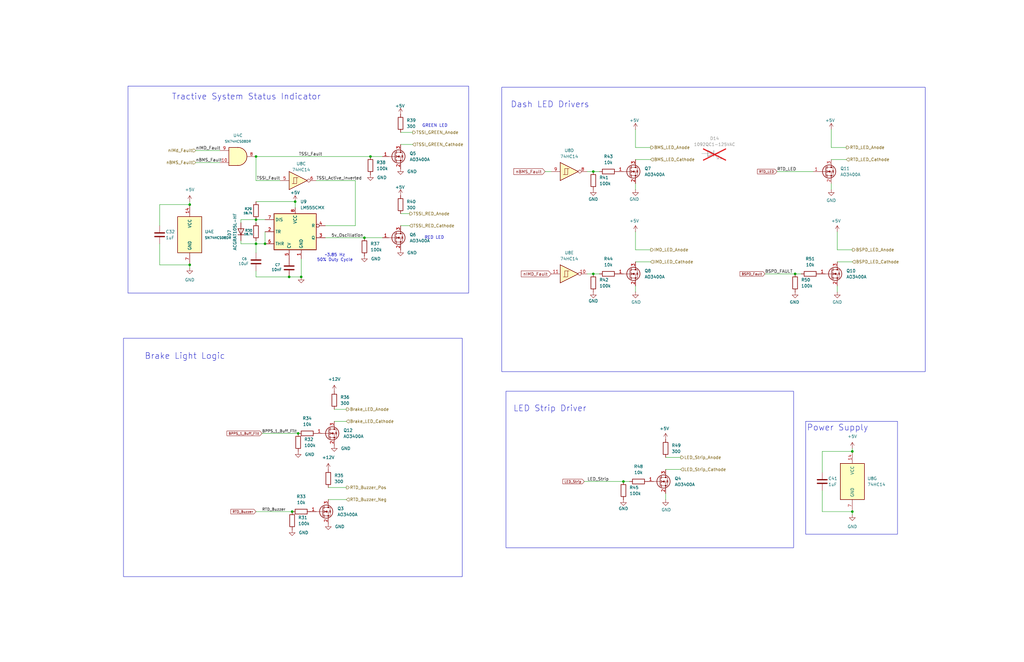
<source format=kicad_sch>
(kicad_sch (version 20250114) (generator "eeschema") (generator_version "9.0")
  (paper "B")
  (lib_symbols
    (symbol "74xx:74HC14" (pin_names (offset 1.016))
      (property "Reference" "U" (at 0 1.27 0))
      (property "Value" "74HC14" (at 0 -1.27 0))
      (symbol "74HC14_1_0"
        (pin input line (at -7.62 0 0) (length 3.81) (name "~") (number "1"))
        (pin output inverted (at 7.62 0 180) (length 3.81) (name "~") (number "2"))
      )
      (symbol "74HC14_2_0"
        (pin input line (at -7.62 0 0) (length 3.81) (name "~") (number "3"))
        (pin output inverted (at 7.62 0 180) (length 3.81) (name "~") (number "4"))
      )
      (symbol "74HC14_3_0"
        (pin input line (at -7.62 0 0) (length 3.81) (name "~") (number "5"))
        (pin output inverted (at 7.62 0 180) (length 3.81) (name "~") (number "6"))
      )
      (symbol "74HC14_4_0"
        (pin input line (at -7.62 0 0) (length 3.81) (name "~") (number "9"))
        (pin output inverted (at 7.62 0 180) (length 3.81) (name "~") (number "8"))
      )
      (symbol "74HC14_5_0"
        (pin input line (at -7.62 0 0) (length 3.81) (name "~") (number "11"))
        (pin output inverted (at 7.62 0 180) (length 3.81) (name "~") (number "10"))
      )
      (symbol "74HC14_6_0"
        (pin input line (at -7.62 0 0) (length 3.81) (name "~") (number "13"))
        (pin output inverted (at 7.62 0 180) (length 3.81) (name "~") (number "12"))
      )
      (symbol "74HC14_7_0"
        (pin power_in line (at 0 12.7 270) (length 5.08) (name "VCC") (number "14"))
        (pin power_in line (at 0 -12.7 90) (length 5.08) (name "GND") (number "7"))
      )
    )
    (symbol "Device:C" (pin_numbers (hide yes)) (pin_names (offset 0.254))
      (property "Reference" "C" (at 0.635 2.54 0))
      (property "Value" "C" (at 0.635 -2.54 0))
      (symbol "C_1_1"
        (pin passive line (at 0 3.81 270) (length 2.794) (name "~") (number "1"))
        (pin passive line (at 0 -3.81 90) (length 2.794) (name "~") (number "2"))
      )
    )
    (symbol "Device:D" (pin_numbers (hide yes)) (pin_names (offset 1.016) (hide yes))
      (property "Reference" "D" (at 0 2.54 0))
      (property "Value" "D" (at 0 -2.54 0))
      (symbol "D_1_1"
        (pin passive line (at -3.81 0 0) (length 2.54) (name "K") (number "1"))
        (pin passive line (at 3.81 0 180) (length 2.54) (name "A") (number "2"))
      )
    )
    (symbol "Device:LED" (pin_numbers (hide yes)) (pin_names (offset 1.016) (hide yes))
      (property "Reference" "D" (at 0 2.54 0))
      (property "Value" "LED" (at 0 -2.54 0))
      (symbol "LED_1_1"
        (pin passive line (at -3.81 0 0) (length 2.54) (name "K") (number "1"))
        (pin passive line (at 3.81 0 180) (length 2.54) (name "A") (number "2"))
      )
    )
    (symbol "Device:R" (pin_numbers (hide yes)) (pin_names (offset 0))
      (property "Reference" "R" (at 2.032 0 90))
      (property "Value" "R" (at 0 0 90))
      (symbol "R_1_1"
        (pin passive line (at 0 3.81 270) (length 1.27) (name "~") (number "1"))
        (pin passive line (at 0 -3.81 90) (length 1.27) (name "~") (number "2"))
      )
    )
    (symbol "FS_3_Global_Symbol_Library:SN74HCS08DR" (pin_names (offset 1.016))
      (property "Reference" "U" (at 0 1.27 0))
      (property "Value" "SN74HCS08DR" (at 0 -1.27 0))
      (symbol "SN74HCS08DR_1_1"
        (pin input line (at -7.62 2.54 0) (length 3.81) (name "~") (number "1"))
        (pin input line (at -7.62 -2.54 0) (length 3.81) (name "~") (number "2"))
        (pin output line (at 7.62 0 180) (length 3.81) (name "~") (number "3"))
      )
      (symbol "SN74HCS08DR_1_2"
        (pin input inverted (at -7.62 2.54 0) (length 4.318) (name "~") (number "1"))
        (pin input inverted (at -7.62 -2.54 0) (length 4.318) (name "~") (number "2"))
        (pin output line (at 7.62 0 180) (length 3.81) (name "~") (number "3"))
      )
      (symbol "SN74HCS08DR_2_1"
        (pin input line (at -7.62 2.54 0) (length 3.81) (name "~") (number "4"))
        (pin input line (at -7.62 -2.54 0) (length 3.81) (name "~") (number "5"))
        (pin output line (at 7.62 0 180) (length 3.81) (name "~") (number "6"))
      )
      (symbol "SN74HCS08DR_2_2"
        (pin input inverted (at -7.62 2.54 0) (length 4.318) (name "~") (number "4"))
        (pin input inverted (at -7.62 -2.54 0) (length 4.318) (name "~") (number "5"))
        (pin output line (at 7.62 0 180) (length 3.81) (name "~") (number "6"))
      )
      (symbol "SN74HCS08DR_3_1"
        (pin input line (at -7.62 2.54 0) (length 3.81) (name "~") (number "9"))
        (pin input line (at -7.62 -2.54 0) (length 3.81) (name "~") (number "10"))
        (pin output line (at 7.62 0 180) (length 3.81) (name "~") (number "8"))
      )
      (symbol "SN74HCS08DR_3_2"
        (pin input inverted (at -7.62 2.54 0) (length 4.318) (name "~") (number "9"))
        (pin input inverted (at -7.62 -2.54 0) (length 4.318) (name "~") (number "10"))
        (pin output line (at 7.62 0 180) (length 3.81) (name "~") (number "8"))
      )
      (symbol "SN74HCS08DR_4_1"
        (pin input line (at -7.62 2.54 0) (length 3.81) (name "~") (number "12"))
        (pin input line (at -7.62 -2.54 0) (length 3.81) (name "~") (number "13"))
        (pin output line (at 7.62 0 180) (length 3.81) (name "~") (number "11"))
      )
      (symbol "SN74HCS08DR_4_2"
        (pin input inverted (at -7.62 2.54 0) (length 4.318) (name "~") (number "12"))
        (pin input inverted (at -7.62 -2.54 0) (length 4.318) (name "~") (number "13"))
        (pin output line (at 7.62 0 180) (length 3.81) (name "~") (number "11"))
      )
      (symbol "SN74HCS08DR_5_0"
        (pin power_in line (at 0 12.7 270) (length 5.08) (name "VCC") (number "14"))
        (pin power_in line (at 0 -12.7 90) (length 5.08) (name "GND") (number "7"))
      )
    )
    (symbol "Timer:LM555xM"
      (property "Reference" "U12" (at 2.1433 12.7 0))
      (property "Value" "LM555xM" (at 2.1433 10.16 0))
      (symbol "LM555xM_0_0"
        (pin power_in line (at 0 10.16 270) (length 2.54) (name "VCC") (number "8"))
      )
      (symbol "LM555xM_1_0"
        (pin power_in line (at 2.54 -11.43 90) (length 3.81) (name "GND") (number "1"))
      )
      (symbol "LM555xM_1_1"
        (pin input line (at -12.7 5.08 0) (length 3.81) (name "DIS") (number "7"))
        (pin input line (at -12.7 0 0) (length 3.81) (name "TR") (number "2"))
        (pin input line (at -12.7 -5.08 0) (length 3.81) (name "THR") (number "6"))
        (pin input line (at -2.54 -11.43 90) (length 3.81) (name "CV") (number "5"))
        (pin input inverted (at 12.7 2.54 180) (length 3.81) (name "R") (number "4"))
        (pin output line (at 12.7 -2.54 180) (length 3.81) (name "Q") (number "3"))
      )
    )
    (symbol "Transistor_FET:AO3400A" (pin_names (offset 0) (hide yes))
      (property "Reference" "Q" (at 5.08 1.905 0))
      (property "Value" "AO3400A" (at 5.08 0 0))
      (symbol "AO3400A_1_1"
        (pin input line (at -5.08 0 0) (length 2.54) (name "G") (number "1"))
        (pin passive line (at 2.54 5.08 270) (length 2.54) (name "D") (number "3"))
        (pin passive line (at 2.54 -5.08 90) (length 2.54) (name "S") (number "2"))
      )
    )
    (symbol "power:+12V" (power) (pin_numbers (hide yes)) (pin_names (offset 0) (hide yes))
      (property "Value" "+12V" (at 0 3.556 0))
      (symbol "+12V_1_1"
        (pin power_in line (at 0 0 90) (length 0) (name "~") (number "1"))
      )
    )
    (symbol "power:+5V" (power) (pin_numbers (hide yes)) (pin_names (offset 0) (hide yes))
      (property "Value" "+5V" (at 0 3.556 0))
      (symbol "+5V_1_1"
        (pin power_in line (at 0 0 90) (length 0) (name "~") (number "1"))
      )
    )
    (symbol "power:GND" (power) (pin_numbers (hide yes)) (pin_names (offset 0) (hide yes))
      (property "Value" "GND" (at 0 -3.81 0))
      (symbol "GND_1_1"
        (pin power_in line (at 0 0 270) (length 0) (name "~") (number "1"))
      )
    )
  )
  (rectangle (start 339.725 177.8) (end 378.46 225.425))
  (rectangle (start 211.582 36.83) (end 390.144 156.845))
  (rectangle (start 52.07 142.748) (end 194.945 243.332))
  (rectangle (start 53.975 36.322) (end 197.612 123.698))
  (rectangle (start 213.36 165.1) (end 334.645 231.14))
  (text "GREEN LED\n" (at 183.388 53.086 0) (effects (font (size 1.27 1.27))))
  (text "~3.85 Hz\n50% Duty Cycle" (at 141.224 108.712 0) (effects (font (size 1.27 1.27))))
  (text "Tractive System Status Indicator" (at 103.886 40.894 0) (effects (font (size 2.54 2.54))))
  (text "LED Strip Driver\n" (at 231.902 172.466 0) (effects (font (size 2.54 2.54))))
  (text "RED LED\n" (at 183.134 100.33 0) (effects (font (size 1.27 1.27))))
  (text "Power Supply" (at 353.187 180.594 0) (effects (font (size 2.54 2.54))))
  (text "Dash LED Drivers" (at 231.902 44.196 0) (effects (font (size 2.54 2.54))))
  (text "Brake Light Logic" (at 77.978 150.368 0) (effects (font (size 2.54 2.54))))
  (junction (at 125.73 182.88))
  (junction (at 250.19 115.57))
  (junction (at 107.95 102.87))
  (junction (at 335.28 115.57))
  (junction (at 359.41 190.5))
  (junction (at 156.21 66.04))
  (junction (at 121.92 116.84))
  (junction (at 107.95 92.71))
  (junction (at 111.76 102.87))
  (junction (at 359.41 215.9))
  (junction (at 262.89 203.2))
  (junction (at 250.19 72.39))
  (junction (at 123.19 215.9))
  (junction (at 80.01 86.36))
  (junction (at 153.67 100.33))
  (junction (at 80.01 111.76))
  (junction (at 124.46 85.09))
  (junction (at 107.95 66.04))
  (junction (at 127 116.84))
  (wire (pts (xy 107.95 66.04) (xy 107.95 76.2)))
  (wire (pts (xy 107.95 114.3) (xy 107.95 116.84)))
  (wire (pts (xy 127 116.84) (xy 127 109.22)))
  (wire (pts (xy 359.41 105.41) (xy 353.06 105.41)))
  (wire (pts (xy 80.01 111.76) (xy 67.31 111.76)))
  (wire (pts (xy 107.95 215.9) (xy 123.19 215.9)))
  (wire (pts (xy 274.32 110.49) (xy 267.97 110.49)))
  (wire (pts (xy 149.86 95.25) (xy 137.16 95.25)))
  (wire (pts (xy 101.6 102.87) (xy 107.95 102.87)))
  (wire (pts (xy 337.82 115.57) (xy 335.28 115.57)))
  (wire (pts (xy 247.65 72.39) (xy 250.19 72.39)))
  (wire (pts (xy 172.72 90.17) (xy 168.91 90.17)))
  (wire (pts (xy 356.87 67.31) (xy 350.52 67.31)))
  (wire (pts (xy 149.86 76.2) (xy 149.86 95.25)))
  (wire (pts (xy 322.58 115.57) (xy 335.28 115.57)))
  (wire (pts (xy 146.05 205.74) (xy 138.43 205.74)))
  (wire (pts (xy 267.97 80.01) (xy 267.97 77.47)))
  (wire (pts (xy 111.76 92.71) (xy 107.95 92.71)))
  (wire (pts (xy 133.35 76.2) (xy 149.86 76.2)))
  (wire (pts (xy 267.97 67.31) (xy 274.32 67.31)))
  (wire (pts (xy 153.67 100.33) (xy 161.29 100.33)))
  (wire (pts (xy 156.21 66.04) (xy 161.29 66.04)))
  (wire (pts (xy 232.41 72.39) (xy 229.87 72.39)))
  (wire (pts (xy 124.46 85.09) (xy 124.46 87.63)))
  (wire (pts (xy 274.32 105.41) (xy 267.97 105.41)))
  (wire (pts (xy 350.52 54.61) (xy 350.52 62.23)))
  (wire (pts (xy 146.05 177.8) (xy 140.97 177.8)))
  (wire (pts (xy 287.02 198.12) (xy 280.67 198.12)))
  (wire (pts (xy 252.73 72.39) (xy 250.19 72.39)))
  (wire (pts (xy 107.95 101.6) (xy 107.95 102.87)))
  (wire (pts (xy 107.95 76.2) (xy 118.11 76.2)))
  (wire (pts (xy 252.73 115.57) (xy 250.19 115.57)))
  (wire (pts (xy 67.31 86.36) (xy 67.31 95.25)))
  (wire (pts (xy 107.95 116.84) (xy 121.92 116.84)))
  (wire (pts (xy 262.89 203.2) (xy 246.38 203.2)))
  (wire (pts (xy 173.99 55.88) (xy 168.91 55.88)))
  (wire (pts (xy 247.65 115.57) (xy 250.19 115.57)))
  (wire (pts (xy 359.41 110.49) (xy 353.06 110.49)))
  (wire (pts (xy 267.97 97.79) (xy 267.97 105.41)))
  (wire (pts (xy 101.6 102.87) (xy 101.6 101.6)))
  (wire (pts (xy 353.06 97.79) (xy 353.06 105.41)))
  (wire (pts (xy 267.97 62.23) (xy 274.32 62.23)))
  (wire (pts (xy 101.6 92.71) (xy 107.95 92.71)))
  (wire (pts (xy 146.05 172.72) (xy 140.97 172.72)))
  (wire (pts (xy 82.55 63.5) (xy 92.71 63.5)))
  (wire (pts (xy 111.76 97.79) (xy 111.76 102.87)))
  (wire (pts (xy 80.01 86.36) (xy 67.31 86.36)))
  (wire (pts (xy 353.06 123.19) (xy 353.06 120.65)))
  (wire (pts (xy 107.95 66.04) (xy 156.21 66.04)))
  (wire (pts (xy 356.87 62.23) (xy 350.52 62.23)))
  (wire (pts (xy 346.71 215.9) (xy 346.71 207.01)))
  (wire (pts (xy 359.41 190.5) (xy 346.71 190.5)))
  (wire (pts (xy 107.95 106.68) (xy 107.95 102.87)))
  (wire (pts (xy 125.73 182.88) (xy 110.49 182.88)))
  (wire (pts (xy 350.52 80.01) (xy 350.52 77.47)))
  (wire (pts (xy 146.05 210.82) (xy 138.43 210.82)))
  (wire (pts (xy 80.01 113.03) (xy 80.01 111.76)))
  (wire (pts (xy 265.43 203.2) (xy 262.89 203.2)))
  (wire (pts (xy 121.92 116.84) (xy 127 116.84)))
  (wire (pts (xy 280.67 210.82) (xy 280.67 208.28)))
  (wire (pts (xy 80.01 85.09) (xy 80.01 86.36)))
  (wire (pts (xy 82.55 68.58) (xy 92.71 68.58)))
  (wire (pts (xy 287.02 193.04) (xy 280.67 193.04)))
  (wire (pts (xy 107.95 92.71) (xy 107.95 93.98)))
  (wire (pts (xy 359.41 217.17) (xy 359.41 215.9)))
  (wire (pts (xy 137.16 100.33) (xy 153.67 100.33)))
  (wire (pts (xy 267.97 123.19) (xy 267.97 120.65)))
  (wire (pts (xy 173.99 60.96) (xy 168.91 60.96)))
  (wire (pts (xy 107.95 102.87) (xy 111.76 102.87)))
  (wire (pts (xy 101.6 93.98) (xy 101.6 92.71)))
  (wire (pts (xy 346.71 190.5) (xy 346.71 199.39)))
  (wire (pts (xy 359.41 215.9) (xy 346.71 215.9)))
  (wire (pts (xy 359.41 189.23) (xy 359.41 190.5)))
  (wire (pts (xy 172.72 95.25) (xy 168.91 95.25)))
  (wire (pts (xy 327.66 72.39) (xy 342.9 72.39)))
  (wire (pts (xy 67.31 111.76) (xy 67.31 102.87)))
  (wire (pts (xy 267.97 54.61) (xy 267.97 62.23)))
  (wire (pts (xy 107.95 85.09) (xy 124.46 85.09)))
  (label "BPPS_1_Buff_Filt" (at 110.49 182.88 0) (effects (font (size 1.143 1.143))))
  (label "RTD_Buzzer" (at 110.49 215.9 0) (effects (font (size 1.143 1.143))))
  (label "TSSI_Fault" (at 135.89 66.04 180))
  (label "TSSI_Active_Inverted" (at 133.35 76.2 0))
  (label "RTD_LED" (at 327.66 72.39 0))
  (label "5v_Oscillation" (at 139.7 100.33 0))
  (label "BSPD_FAULT" (at 322.58 115.57 0))
  (label "TSSI_Fault" (at 118.11 76.2 180))
  (label "nIMD_Fault" (at 82.55 63.5 0))
  (label "LED_Strip" (at 247.65 203.2 0))
  (label "nBMS_Fault" (at 82.55 68.58 0))
  (global_label "BSPD_Fault" (shape input) (at 322.58 115.57 180) (effects (font (size 1.016 1.016))) (property "Intersheetrefs" "${INTERSHEET_REFS}" (at 311.5803 115.57 0) (effects (justify right))))
  (global_label "nBMS_Fault" (shape input) (at 229.87 72.39 180) (property "Intersheetrefs" "${INTERSHEET_REFS}" (at 216.0598 72.39 0) (effects (justify right))))
  (global_label "nIMD_Fault" (shape input) (at 232.41 115.57 180) (property "Intersheetrefs" "${INTERSHEET_REFS}" (at 219.2045 115.57 0) (effects (justify right))))
  (global_label "LED_Strip" (shape input) (at 246.38 203.2 180) (effects (font (size 1.016 1.016))) (property "Intersheetrefs" "${INTERSHEET_REFS}" (at 236.8801 203.2 0) (effects (justify right))))
  (global_label "RTD_Buzzer" (shape input) (at 107.95 215.9 180) (effects (font (size 1.016 1.016))) (property "Intersheetrefs" "${INTERSHEET_REFS}" (at 96.9018 215.9 0) (effects (justify right))))
  (global_label "RTD_LED" (shape input) (at 327.66 72.39 180) (effects (font (size 1.016 1.016))) (property "Intersheetrefs" "${INTERSHEET_REFS}" (at 318.9342 72.39 0) (effects (justify right))))
  (global_label "BPPS_1_Buff_Filt" (shape input) (at 110.49 182.88 180) (effects (font (size 1.016 1.016))) (property "Intersheetrefs" "${INTERSHEET_REFS}" (at 95.2327 182.88 0) (effects (justify right))))
  (hierarchical_label "LED_Strip_Cathode" (shape input) (at 287.02 198.12 0))
  (hierarchical_label "Brake_LED_Anode" (shape output) (at 146.05 172.72 0))
  (hierarchical_label "RTD_Buzzer_Pos" (shape output) (at 146.05 205.74 0))
  (hierarchical_label "RTD_LED_Anode" (shape output) (at 356.87 62.23 0))
  (hierarchical_label "BSPD_LED_Cathode" (shape input) (at 359.41 110.49 0))
  (hierarchical_label "TSSI_RED_Anode" (shape output) (at 172.72 90.17 0))
  (hierarchical_label "LED_Strip_Anode" (shape output) (at 287.02 193.04 0))
  (hierarchical_label "Brake_LED_Cathode" (shape input) (at 146.05 177.8 0))
  (hierarchical_label "BMS_LED_Anode" (shape output) (at 274.32 62.23 0))
  (hierarchical_label "TSSI_GREEN_Anode" (shape output) (at 173.99 55.88 0))
  (hierarchical_label "RTD_LED_Cathode" (shape input) (at 356.87 67.31 0))
  (hierarchical_label "TSSI_GREEN_Cathode" (shape input) (at 173.99 60.96 0))
  (hierarchical_label "BSPD_LED_Anode" (shape output) (at 359.41 105.41 0))
  (hierarchical_label "nBMS_Fault" (shape input) (at 82.55 68.58 180))
  (hierarchical_label "TSSI_RED_Cathode" (shape input) (at 172.72 95.25 0))
  (hierarchical_label "RTD_Buzzer_Neg" (shape input) (at 146.05 210.82 0))
  (hierarchical_label "IMD_LED_Cathode" (shape input) (at 274.32 110.49 0))
  (hierarchical_label "IMD_LED_Anode" (shape output) (at 274.32 105.41 0))
  (hierarchical_label "nIMd_Fault" (shape input) (at 82.55 63.5 180))
  (hierarchical_label "BMS_LED_Cathode" (shape input) (at 274.32 67.31 0))
  (symbol (lib_id "Device:R") (at 107.95 97.79 0) (mirror x) (unit 1)
    (property "Reference" "R30" (at 106.426 97.282 0) (effects (font (size 1.016 1.016)) (justify right)))
    (property "Value" "18.7k" (at 106.68 98.806 0) (effects (font (size 0.889 0.889)) (justify right)))
    (property "Footprint" "Resistor_SMD:R_0603_1608Metric_Pad0.98x0.95mm_HandSolder" (effects (hide yes)))
    (property "Datasheet" "https://www.yageogroup.com/content/datasheet/asset/file/PYU-AC_51_ROHS_L" (effects (hide yes)))
    (property "Description" "Resistor" (effects (hide yes)))
    (property "Digi PN" "13-AC0603FR-0718K7LCT-ND" (effects (hide yes)))
    (property "Digi URL" "https://www.digikey.com/en/products/detail/yageo/AC0603FR-0718K7L/5895835" (effects (hide yes)))
    (property "MFG" "Yageo" (effects (hide yes)))
    (property "MFG PN" "AC0603FR-0718K7L" (effects (hide yes)))
  )
  (symbol (lib_id "power:+5V") (at 280.67 185.42 0) (unit 1)
    (property "Reference" "#PWR055" (effects (hide yes)))
    (property "Value" "+5V" (at 280.162 180.848 0))
    (property "Description" "Power symbol creates a global label with name \"+5V\"" (effects (hide yes)))
  )
  (symbol (lib_id "FS_3_Global_Symbol_Library:SN74HCS08DR") (at 100.33 66.04 0) (unit 3)
    (property "Reference" "U4" (at 100.3217 57.15 0))
    (property "Value" "SN74HCS08DR" (at 100.3217 59.69 0) (effects (font (size 1.016 1.016))))
    (property "Footprint" "Package_SO:SOIC-14_3.9x8.7mm_P1.27mm" (effects (hide yes)))
    (property "Datasheet" "http://www.ti.com/lit/gpn/sn74hc00" (effects (hide yes)))
    (property "Description" "quad 2-input AND gate" (effects (hide yes)))
    (property "Digi PN" "296-SN74HCS08DRCT-ND" (effects (hide yes)))
    (property "Digi URL" "https://www.digikey.com/en/products/detail/texas-instruments/SN74HCS08DR/12342946" (effects (hide yes)))
    (property "MFG" "TI" (effects (hide yes)))
    (property "MFG PN" "SN74HCS08DR" (effects (hide yes)))
  )
  (symbol (lib_id "Device:R") (at 269.24 203.2 270) (unit 1)
    (property "Reference" "R48" (at 269.24 196.85 90))
    (property "Value" "10k" (at 269.24 199.39 90))
    (property "Footprint" "Resistor_SMD:R_0603_1608Metric_Pad0.98x0.95mm_HandSolder" (effects (hide yes)))
    (property "Datasheet" "https://www.yageogroup.com/content/datasheet/asset/file/PYU-AC_51_ROHS_L" (effects (hide yes)))
    (property "Description" "Resistor" (effects (hide yes)))
    (property "Digi PN" "13-AC0603FR-1010KLCT-ND" (effects (hide yes)))
    (property "Digi URL" "https://www.digikey.com/en/products/detail/yageo/AC0603FR-1010KL/13694182" (effects (hide yes)))
    (property "MFG" "Yageo" (effects (hide yes)))
    (property "MFG PN" "AC0603FR-1010KL" (effects (hide yes)))
  )
  (symbol (lib_id "power:GND") (at 125.73 190.5 0) (unit 1)
    (property "Reference" "#PWR036" (effects (hide yes)))
    (property "Value" "GND" (at 130.556 191.77 0))
    (property "Description" "Power symbol creates a global label with name \"GND\" , ground" (effects (hide yes)))
  )
  (symbol (lib_id "power:GND") (at 280.67 210.82 0) (unit 1)
    (property "Reference" "#PWR056" (effects (hide yes)))
    (property "Value" "GND" (at 280.924 215.138 0))
    (property "Description" "Power symbol creates a global label with name \"GND\" , ground" (effects (hide yes)))
  )
  (symbol (lib_id "Transistor_FET:AO3400A") (at 138.43 182.88 0) (unit 1)
    (property "Reference" "Q12" (at 144.78 181.6099 0) (effects (justify left)))
    (property "Value" "AO3400A" (at 144.78 184.1499 0) (effects (justify left)))
    (property "Footprint" "Package_TO_SOT_SMD:SOT-23" (effects (hide yes)))
    (property "Datasheet" "http://www.aosmd.com/pdfs/datasheet/AO3400A.pdf" (effects (hide yes)))
    (property "Description" "30V Vds, 5.7A Id, N-Channel MOSFET, SOT-23" (effects (hide yes)))
    (property "Digi PN" "785-1000-1-ND" (effects (hide yes)))
    (property "Digi URL" "https://www.digikey.com/en/products/detail/alpha-omega-semiconductor-inc/AO3400A/1855772" (effects (hide yes)))
    (property "MFG" "A&O " (effects (hide yes)))
    (property "MFG PN" "AO3400A" (effects (hide yes)))
  )
  (symbol (lib_id "Transistor_FET:AO3400A") (at 135.89 215.9 0) (unit 1)
    (property "Reference" "Q3" (at 142.24 214.6299 0) (effects (justify left)))
    (property "Value" "AO3400A" (at 142.24 217.1699 0) (effects (justify left)))
    (property "Footprint" "Package_TO_SOT_SMD:SOT-23" (effects (hide yes)))
    (property "Datasheet" "http://www.aosmd.com/pdfs/datasheet/AO3400A.pdf" (effects (hide yes)))
    (property "Description" "30V Vds, 5.7A Id, N-Channel MOSFET, SOT-23" (effects (hide yes)))
    (property "Digi PN" "785-1000-1-ND" (effects (hide yes)))
    (property "Digi URL" "https://www.digikey.com/en/products/detail/alpha-omega-semiconductor-inc/AO3400A/1855772" (effects (hide yes)))
    (property "MFG" "A&O " (effects (hide yes)))
    (property "MFG PN" "AO3400A" (effects (hide yes)))
  )
  (symbol (lib_id "power:+5V") (at 267.97 97.79 0) (unit 1)
    (property "Reference" "#PWR053" (effects (hide yes)))
    (property "Value" "+5V" (at 267.462 93.218 0))
    (property "Description" "Power symbol creates a global label with name \"+5V\"" (effects (hide yes)))
  )
  (symbol (lib_id "Device:R") (at 129.54 182.88 270) (unit 1)
    (property "Reference" "R34" (at 129.54 176.53 90))
    (property "Value" "10k" (at 129.54 179.07 90))
    (property "Footprint" "Resistor_SMD:R_0603_1608Metric_Pad0.98x0.95mm_HandSolder" (effects (hide yes)))
    (property "Datasheet" "https://www.yageogroup.com/content/datasheet/asset/file/PYU-AC_51_ROHS_L" (effects (hide yes)))
    (property "Description" "Resistor" (effects (hide yes)))
    (property "Digi PN" "13-AC0603FR-1010KLCT-ND" (effects (hide yes)))
    (property "Digi URL" "https://www.digikey.com/en/products/detail/yageo/AC0603FR-1010KL/13694182" (effects (hide yes)))
    (property "MFG" "Yageo" (effects (hide yes)))
    (property "MFG PN" "AC0603FR-1010KL" (effects (hide yes)))
  )
  (symbol (lib_id "power:GND") (at 250.19 123.19 0) (unit 1)
    (property "Reference" "#PWR049" (effects (hide yes)))
    (property "Value" "GND" (at 250.19 127 0))
    (property "Description" "Power symbol creates a global label with name \"GND\" , ground" (effects (hide yes)))
  )
  (symbol (lib_id "Transistor_FET:AO3400A") (at 350.52 115.57 0) (unit 1)
    (property "Reference" "Q10" (at 356.87 114.2999 0) (effects (justify left)))
    (property "Value" "AO3400A" (at 356.87 116.8399 0) (effects (justify left)))
    (property "Footprint" "Package_TO_SOT_SMD:SOT-23" (effects (hide yes)))
    (property "Datasheet" "http://www.aosmd.com/pdfs/datasheet/AO3400A.pdf" (effects (hide yes)))
    (property "Description" "30V Vds, 5.7A Id, N-Channel MOSFET, SOT-23" (effects (hide yes)))
    (property "Digi PN" "785-1000-1-ND" (effects (hide yes)))
    (property "Digi URL" "https://www.digikey.com/en/products/detail/alpha-omega-semiconductor-inc/AO3400A/1855772" (effects (hide yes)))
    (property "MFG" "A&O " (effects (hide yes)))
    (property "MFG PN" "AO3400A" (effects (hide yes)))
  )
  (symbol (lib_id "power:+12V") (at 140.97 165.1 0) (unit 1)
    (property "Reference" "#PWR040" (effects (hide yes)))
    (property "Value" "+12V" (at 140.97 160.02 0))
    (property "Description" "Power symbol creates a global label with name \"+12V\"" (effects (hide yes)))
  )
  (symbol (lib_id "Device:C") (at 121.92 113.03 0) (mirror y) (unit 1)
    (property "Reference" "C7" (at 118.11 111.7599 0) (effects (font (size 1.016 1.016)) (justify left)))
    (property "Value" "10nF" (at 118.872 113.792 0) (effects (font (size 1.143 1.143)) (justify left)))
    (property "Footprint" "Capacitor_SMD:C_0603_1608Metric_Pad1.08x0.95mm_HandSolder" (effects (hide yes)))
    (property "Datasheet" "https://www.yageogroup.com/content/datasheet/asset/file/UPY-GPHC_X7R_6_3V-TO-250V" (effects (hide yes)))
    (property "Description" "Unpolarized capacitor" (effects (hide yes)))
    (property "Digi PN" "311-1778-1-ND" (effects (hide yes)))
    (property "Digi URL" "https://www.digikey.com/en/products/detail/yageo/CC0603JRX7R9BB103/5195187" (effects (hide yes)))
    (property "MFG" "Yageo" (effects (hide yes)))
    (property "MFG PN" "CC0603JRX7R9BB103" (effects (hide yes)))
  )
  (symbol (lib_id "Device:R") (at 262.89 207.01 180) (unit 1)
    (property "Reference" "R45" (at 265.43 205.7399 0) (effects (justify right)))
    (property "Value" "100k" (at 265.43 208.2799 0) (effects (justify right)))
    (property "Footprint" "Resistor_SMD:R_0603_1608Metric_Pad0.98x0.95mm_HandSolder" (effects (hide yes)))
    (property "Datasheet" "https://www.yageogroup.com/content/datasheet/asset/file/PYU-AC_51_ROHS_L" (effects (hide yes)))
    (property "Description" "Resistor" (effects (hide yes)))
    (property "Digi PN" "13-AC0603FR-13100KLCT-ND" (effects (hide yes)))
    (property "Digi URL" "https://www.digikey.com/en/products/detail/yageo/AC0603FR-13100KL/13694122" (effects (hide yes)))
    (property "MFG" "Yageo" (effects (hide yes)))
    (property "MFG PN" "AC0603FR-13100KL" (effects (hide yes)))
  )
  (symbol (lib_id "power:GND") (at 138.43 220.98 0) (unit 1)
    (property "Reference" "#PWR039" (effects (hide yes)))
    (property "Value" "GND" (at 143.256 222.25 0))
    (property "Description" "Power symbol creates a global label with name \"GND\" , ground" (effects (hide yes)))
  )
  (symbol (lib_id "power:+5V") (at 124.46 85.09 0) (unit 1)
    (property "Reference" "#PWR035" (effects (hide yes)))
    (property "Value" "+5V" (at 124.46 81.28 0))
    (property "Description" "Power symbol creates a global label with name \"+5V\"" (effects (hide yes)))
  )
  (symbol (lib_id "power:GND") (at 267.97 123.19 0) (unit 1)
    (property "Reference" "#PWR054" (effects (hide yes)))
    (property "Value" "GND" (at 268.224 127.508 0))
    (property "Description" "Power symbol creates a global label with name \"GND\" , ground" (effects (hide yes)))
  )
  (symbol (lib_id "power:+5V") (at 168.91 48.26 0) (unit 1)
    (property "Reference" "#PWR044" (effects (hide yes)))
    (property "Value" "+5V" (at 168.656 44.704 0))
    (property "Description" "Power symbol creates a global label with name \"+5V\"" (effects (hide yes)))
  )
  (symbol (lib_id "power:+5V") (at 267.97 54.61 0) (unit 1)
    (property "Reference" "#PWR051" (effects (hide yes)))
    (property "Value" "+5V" (at 267.462 50.8 0))
    (property "Description" "Power symbol creates a global label with name \"+5V\"" (effects (hide yes)))
  )
  (symbol (lib_id "Device:R") (at 156.21 69.85 180) (unit 1)
    (property "Reference" "R38" (at 158.75 68.5799 0) (effects (justify right)))
    (property "Value" "100k" (at 158.75 71.1199 0) (effects (justify right)))
    (property "Footprint" "Resistor_SMD:R_0603_1608Metric_Pad0.98x0.95mm_HandSolder" (effects (hide yes)))
    (property "Datasheet" "https://www.yageogroup.com/content/datasheet/asset/file/PYU-AC_51_ROHS_L" (effects (hide yes)))
    (property "Description" "Resistor" (effects (hide yes)))
    (property "Digi PN" "13-AC0603FR-13100KLCT-ND" (effects (hide yes)))
    (property "Digi URL" "https://www.digikey.com/en/products/detail/yageo/AC0603FR-13100KL/13694122" (effects (hide yes)))
    (property "MFG" "Yageo" (effects (hide yes)))
    (property "MFG PN" "AC0603FR-13100KL" (effects (hide yes)))
  )
  (symbol (lib_id "power:GND") (at 335.28 123.19 0) (unit 1)
    (property "Reference" "#PWR057" (effects (hide yes)))
    (property "Value" "GND" (at 335.026 127.508 0))
    (property "Description" "Power symbol creates a global label with name \"GND\" , ground" (effects (hide yes)))
  )
  (symbol (lib_id "power:+5V") (at 350.52 54.61 0) (unit 1)
    (property "Reference" "#PWR058" (effects (hide yes)))
    (property "Value" "+5V" (at 350.012 50.8 0))
    (property "Description" "Power symbol creates a global label with name \"+5V\"" (effects (hide yes)))
  )
  (symbol (lib_id "power:+12V") (at 138.43 198.12 0) (unit 1)
    (property "Reference" "#PWR038" (effects (hide yes)))
    (property "Value" "+12V" (at 138.43 193.04 0))
    (property "Description" "Power symbol creates a global label with name \"+12V\"" (effects (hide yes)))
  )
  (symbol (lib_id "Transistor_FET:AO3400A") (at 347.98 72.39 0) (unit 1)
    (property "Reference" "Q11" (at 354.33 71.1199 0) (effects (justify left)))
    (property "Value" "AO3400A" (at 354.33 73.6599 0) (effects (justify left)))
    (property "Footprint" "Package_TO_SOT_SMD:SOT-23" (effects (hide yes)))
    (property "Datasheet" "http://www.aosmd.com/pdfs/datasheet/AO3400A.pdf" (effects (hide yes)))
    (property "Description" "30V Vds, 5.7A Id, N-Channel MOSFET, SOT-23" (effects (hide yes)))
    (property "Digi PN" "785-1000-1-ND" (effects (hide yes)))
    (property "Digi URL" "https://www.digikey.com/en/products/detail/alpha-omega-semiconductor-inc/AO3400A/1855772" (effects (hide yes)))
    (property "MFG" "A&O " (effects (hide yes)))
    (property "MFG PN" "AO3400A" (effects (hide yes)))
  )
  (symbol (lib_id "power:+5V") (at 80.01 85.09 0) (unit 1)
    (property "Reference" "#PWR0131" (effects (hide yes)))
    (property "Value" "+5V" (at 80.01 80.01 0))
    (property "Description" "Power symbol creates a global label with name \"+5V\"" (effects (hide yes)))
  )
  (symbol (lib_id "power:GND") (at 140.97 187.96 0) (unit 1)
    (property "Reference" "#PWR041" (effects (hide yes)))
    (property "Value" "GND" (at 145.796 189.23 0))
    (property "Description" "Power symbol creates a global label with name \"GND\" , ground" (effects (hide yes)))
  )
  (symbol (lib_id "Device:R") (at 250.19 76.2 180) (unit 1)
    (property "Reference" "R41" (at 252.73 74.9299 0) (effects (justify right)))
    (property "Value" "100k" (at 252.73 77.4699 0) (effects (justify right)))
    (property "Footprint" "Resistor_SMD:R_0603_1608Metric_Pad0.98x0.95mm_HandSolder" (effects (hide yes)))
    (property "Datasheet" "https://www.yageogroup.com/content/datasheet/asset/file/PYU-AC_51_ROHS_L" (effects (hide yes)))
    (property "Description" "Resistor" (effects (hide yes)))
    (property "Digi PN" "13-AC0603FR-13100KLCT-ND" (effects (hide yes)))
    (property "Digi URL" "https://www.digikey.com/en/products/detail/yageo/AC0603FR-13100KL/13694122" (effects (hide yes)))
    (property "MFG" "Yageo" (effects (hide yes)))
    (property "MFG PN" "AC0603FR-13100KL" (effects (hide yes)))
  )
  (symbol (lib_id "Device:R") (at 256.54 115.57 270) (unit 1)
    (property "Reference" "R44" (at 256.54 109.22 90))
    (property "Value" "10k" (at 256.54 111.76 90))
    (property "Footprint" "Resistor_SMD:R_0603_1608Metric_Pad0.98x0.95mm_HandSolder" (effects (hide yes)))
    (property "Datasheet" "https://www.yageogroup.com/content/datasheet/asset/file/PYU-AC_51_ROHS_L" (effects (hide yes)))
    (property "Description" "Resistor" (effects (hide yes)))
    (property "Digi PN" "13-AC0603FR-1010KLCT-ND" (effects (hide yes)))
    (property "Digi URL" "https://www.digikey.com/en/products/detail/yageo/AC0603FR-1010KL/13694182" (effects (hide yes)))
    (property "MFG" "Yageo" (effects (hide yes)))
    (property "MFG PN" "AC0603FR-1010KL" (effects (hide yes)))
  )
  (symbol (lib_id "Device:R") (at 127 215.9 270) (unit 1)
    (property "Reference" "R33" (at 127 209.55 90))
    (property "Value" "10k" (at 127 212.09 90))
    (property "Footprint" "Resistor_SMD:R_0603_1608Metric_Pad0.98x0.95mm_HandSolder" (effects (hide yes)))
    (property "Datasheet" "https://www.yageogroup.com/content/datasheet/asset/file/PYU-AC_51_ROHS_L" (effects (hide yes)))
    (property "Description" "Resistor" (effects (hide yes)))
    (property "Digi PN" "13-AC0603FR-1010KLCT-ND" (effects (hide yes)))
    (property "Digi URL" "https://www.digikey.com/en/products/detail/yageo/AC0603FR-1010KL/13694182" (effects (hide yes)))
    (property "MFG" "Yageo" (effects (hide yes)))
    (property "MFG PN" "AC0603FR-1010KL" (effects (hide yes)))
  )
  (symbol (lib_id "Device:R") (at 138.43 201.93 180) (unit 1)
    (property "Reference" "R35" (at 140.97 200.6599 0) (effects (justify right)))
    (property "Value" "300" (at 140.97 203.1999 0) (effects (justify right)))
    (property "Footprint" "Resistor_SMD:R_0603_1608Metric_Pad0.98x0.95mm_HandSolder" (effects (hide yes)))
    (property "Datasheet" "https://www.yageogroup.com/content/datasheet/asset/file/PYU-AC_51_ROHS_L" (effects (hide yes)))
    (property "Description" "Resistor" (effects (hide yes)))
    (property "Digi PN" "YAG5330CT-ND" (effects (hide yes)))
    (property "Digi URL" "https://www.digikey.com/en/products/detail/yageo/AC0603FR-07300RL/5896018" (effects (hide yes)))
    (property "MFG" "Yageo" (effects (hide yes)))
    (property "MFG PN" "AC0603FR-07300RL" (effects (hide yes)))
  )
  (symbol (lib_id "Transistor_FET:AO3400A") (at 166.37 66.04 0) (unit 1)
    (property "Reference" "Q5" (at 172.72 64.7699 0) (effects (justify left)))
    (property "Value" "AO3400A" (at 172.72 67.3099 0) (effects (justify left)))
    (property "Footprint" "Package_TO_SOT_SMD:SOT-23" (effects (hide yes)))
    (property "Datasheet" "http://www.aosmd.com/pdfs/datasheet/AO3400A.pdf" (effects (hide yes)))
    (property "Description" "30V Vds, 5.7A Id, N-Channel MOSFET, SOT-23" (effects (hide yes)))
    (property "Digi PN" "785-1000-1-ND" (effects (hide yes)))
    (property "Digi URL" "https://www.digikey.com/en/products/detail/alpha-omega-semiconductor-inc/AO3400A/1855772" (effects (hide yes)))
    (property "MFG" "A&O " (effects (hide yes)))
    (property "MFG PN" "AO3400A" (effects (hide yes)))
  )
  (symbol (lib_id "Device:R") (at 125.73 186.69 180) (unit 1)
    (property "Reference" "R32" (at 128.27 185.4199 0) (effects (justify right)))
    (property "Value" "100k" (at 128.27 187.9599 0) (effects (justify right)))
    (property "Footprint" "Resistor_SMD:R_0603_1608Metric_Pad0.98x0.95mm_HandSolder" (effects (hide yes)))
    (property "Datasheet" "https://www.yageogroup.com/content/datasheet/asset/file/PYU-AC_51_ROHS_L" (effects (hide yes)))
    (property "Description" "Resistor" (effects (hide yes)))
    (property "Digi PN" "13-AC0603FR-13100KLCT-ND" (effects (hide yes)))
    (property "Digi URL" "https://www.digikey.com/en/products/detail/yageo/AC0603FR-13100KL/13694122" (effects (hide yes)))
    (property "MFG" "Yageo" (effects (hide yes)))
    (property "MFG PN" "AC0603FR-13100KL" (effects (hide yes)))
  )
  (symbol (lib_id "Device:R") (at 123.19 219.71 180) (unit 1)
    (property "Reference" "R31" (at 125.73 218.4399 0) (effects (justify right)))
    (property "Value" "100k" (at 125.73 220.9799 0) (effects (justify right)))
    (property "Footprint" "Resistor_SMD:R_0603_1608Metric_Pad0.98x0.95mm_HandSolder" (effects (hide yes)))
    (property "Datasheet" "https://www.yageogroup.com/content/datasheet/asset/file/PYU-AC_51_ROHS_L" (effects (hide yes)))
    (property "Description" "Resistor" (effects (hide yes)))
    (property "Digi PN" "13-AC0603FR-13100KLCT-ND" (effects (hide yes)))
    (property "Digi URL" "https://www.digikey.com/en/products/detail/yageo/AC0603FR-13100KL/13694122" (effects (hide yes)))
    (property "MFG" "Yageo" (effects (hide yes)))
    (property "MFG PN" "AC0603FR-13100KL" (effects (hide yes)))
  )
  (symbol (lib_id "Device:D") (at 101.6 97.79 90) (unit 1)
    (property "Reference" "D7" (at 96.774 98.298 0))
    (property "Value" "ACGRAT105L-HF" (at 99.06 97.79 0))
    (property "Footprint" "Diode_SMD:D_2010_5025Metric_Pad1.52x2.65mm_HandSolder" (effects (hide yes)))
    (property "Datasheet" "https://www.comchiptech.com/upload/file/product/product/ACGRAT101L-HF%20Thru%20ACGRAT105L-HF%20RevB850475.pdf" (effects (hide yes)))
    (property "Sim.Device" "D" (effects (hide yes)))
    (property "Sim.Pins" "1=K 2=A" (effects (hide yes)))
    (property "Digi PN" "641-1631-1-ND" (effects (hide yes)))
    (property "Digi URL" "https://www.digikey.com/en/products/detail/comchip-technology/ACGRAT105L-HF/5013705" (effects (hide yes)))
    (property "MFG PN" "ACGRAT105L-HF" (effects (hide yes)))
  )
  (symbol (lib_id "Device:R") (at 168.91 52.07 180) (unit 1)
    (property "Reference" "R39" (at 171.45 50.7999 0) (effects (justify right)))
    (property "Value" "300" (at 171.45 53.3399 0) (effects (justify right)))
    (property "Footprint" "Resistor_SMD:R_0603_1608Metric_Pad0.98x0.95mm_HandSolder" (effects (hide yes)))
    (property "Datasheet" "https://www.yageogroup.com/content/datasheet/asset/file/PYU-AC_51_ROHS_L" (effects (hide yes)))
    (property "Description" "Resistor" (effects (hide yes)))
    (property "Digi PN" "YAG5330CT-ND" (effects (hide yes)))
    (property "Digi URL" "https://www.digikey.com/en/products/detail/yageo/AC0603FR-07300RL/5896018" (effects (hide yes)))
    (property "MFG" "Yageo" (effects (hide yes)))
    (property "MFG PN" "AC0603FR-07300RL" (effects (hide yes)))
  )
  (symbol (lib_id "Transistor_FET:AO3400A") (at 265.43 72.39 0) (unit 1)
    (property "Reference" "Q7" (at 271.78 71.1199 0) (effects (justify left)))
    (property "Value" "AO3400A" (at 271.78 73.6599 0) (effects (justify left)))
    (property "Footprint" "Package_TO_SOT_SMD:SOT-23" (effects (hide yes)))
    (property "Datasheet" "http://www.aosmd.com/pdfs/datasheet/AO3400A.pdf" (effects (hide yes)))
    (property "Description" "30V Vds, 5.7A Id, N-Channel MOSFET, SOT-23" (effects (hide yes)))
    (property "Digi PN" "785-1000-1-ND" (effects (hide yes)))
    (property "Digi URL" "https://www.digikey.com/en/products/detail/alpha-omega-semiconductor-inc/AO3400A/1855772" (effects (hide yes)))
    (property "MFG" "A&O " (effects (hide yes)))
    (property "MFG PN" "AO3400A" (effects (hide yes)))
  )
  (symbol (lib_id "power:GND") (at 127 116.84 0) (unit 1)
    (property "Reference" "#PWR037" (effects (hide yes)))
    (property "Value" "GND" (effects (hide yes)))
    (property "Description" "Power symbol creates a global label with name \"GND\" , ground" (effects (hide yes)))
  )
  (symbol (lib_id "Device:R") (at 280.67 189.23 180) (unit 1)
    (property "Reference" "R49" (at 283.21 187.9599 0) (effects (justify right)))
    (property "Value" "300" (at 283.21 190.4999 0) (effects (justify right)))
    (property "Footprint" "Resistor_SMD:R_0603_1608Metric_Pad0.98x0.95mm_HandSolder" (effects (hide yes)))
    (property "Datasheet" "https://www.yageogroup.com/content/datasheet/asset/file/PYU-AC_51_ROHS_L" (effects (hide yes)))
    (property "Description" "Resistor" (effects (hide yes)))
    (property "Digi PN" "YAG5330CT-ND" (effects (hide yes)))
    (property "Digi URL" "https://www.digikey.com/en/products/detail/yageo/AC0603FR-07300RL/5896018" (effects (hide yes)))
    (property "MFG" "Yageo" (effects (hide yes)))
    (property "MFG PN" "AC0603FR-07300RL" (effects (hide yes)))
  )
  (symbol (lib_id "Device:R") (at 153.67 104.14 180) (unit 1)
    (property "Reference" "R37" (at 156.21 102.8699 0) (effects (justify right)))
    (property "Value" "100k" (at 156.21 105.4099 0) (effects (justify right)))
    (property "Footprint" "Resistor_SMD:R_0603_1608Metric_Pad0.98x0.95mm_HandSolder" (effects (hide yes)))
    (property "Datasheet" "https://www.yageogroup.com/content/datasheet/asset/file/PYU-AC_51_ROHS_L" (effects (hide yes)))
    (property "Description" "Resistor" (effects (hide yes)))
    (property "Digi PN" "13-AC0603FR-13100KLCT-ND" (effects (hide yes)))
    (property "Digi URL" "https://www.digikey.com/en/products/detail/yageo/AC0603FR-13100KL/13694122" (effects (hide yes)))
    (property "MFG" "Yageo" (effects (hide yes)))
    (property "MFG PN" "AC0603FR-13100KL" (effects (hide yes)))
  )
  (symbol (lib_id "power:GND") (at 353.06 123.19 0) (unit 1)
    (property "Reference" "#PWR061" (effects (hide yes)))
    (property "Value" "GND" (at 353.06 127.508 0))
    (property "Description" "Power symbol creates a global label with name \"GND\" , ground" (effects (hide yes)))
  )
  (symbol (lib_id "Device:LED") (at 299.72 64.77 0) (mirror y) (unit 1) (on_board no) (dnp yes)
    (property "Reference" "D14" (at 301.3075 58.42 0))
    (property "Value" "1092QC1-125VAC" (at 301.3075 60.96 0))
    (property "Datasheet" "https://vcclite.com/wp-content/uploads/products/1092QA1-12V/datasheet/1092Q-Datasheet-Rev9.pdf" (effects (hide yes)))
    (property "Description" "Light emitting diode" (effects (hide yes)))
    (property "Sim.Pins" "1=K 2=A" (effects (hide yes)))
    (property "Digi PN" "1092QC1-125VAC-ND" (effects (hide yes)))
    (property "Digi URL" "https://www.digikey.com/en/products/detail/visual-communications-company-vcc/1092QC1-125VAC/6175239" (effects (hide yes)))
    (property "MFG" "Visual Communications Company" (effects (hide yes)))
    (property "MFG PN" "1092QC1-125VAC" (effects (hide yes)))
  )
  (symbol (lib_id "Device:R") (at 250.19 119.38 180) (unit 1)
    (property "Reference" "R42" (at 252.73 118.1099 0) (effects (justify right)))
    (property "Value" "100k" (at 252.73 120.6499 0) (effects (justify right)))
    (property "Footprint" "Resistor_SMD:R_0603_1608Metric_Pad0.98x0.95mm_HandSolder" (effects (hide yes)))
    (property "Datasheet" "https://www.yageogroup.com/content/datasheet/asset/file/PYU-AC_51_ROHS_L" (effects (hide yes)))
    (property "Description" "Resistor" (effects (hide yes)))
    (property "Digi PN" "13-AC0603FR-13100KLCT-ND" (effects (hide yes)))
    (property "Digi URL" "https://www.digikey.com/en/products/detail/yageo/AC0603FR-13100KL/13694122" (effects (hide yes)))
    (property "MFG" "Yageo" (effects (hide yes)))
    (property "MFG PN" "AC0603FR-13100KL" (effects (hide yes)))
  )
  (symbol (lib_id "power:GND") (at 359.41 217.17 0) (unit 1)
    (property "Reference" "#PWR0148" (effects (hide yes)))
    (property "Value" "GND" (at 359.41 222.25 0))
    (property "Description" "Power symbol creates a global label with name \"GND\" , ground" (effects (hide yes)))
  )
  (symbol (lib_id "Device:R") (at 335.28 119.38 180) (unit 1)
    (property "Reference" "R50" (at 337.82 118.1099 0) (effects (justify right)))
    (property "Value" "100k" (at 337.82 120.6499 0) (effects (justify right)))
    (property "Footprint" "Resistor_SMD:R_0603_1608Metric_Pad0.98x0.95mm_HandSolder" (effects (hide yes)))
    (property "Datasheet" "https://www.yageogroup.com/content/datasheet/asset/file/PYU-AC_51_ROHS_L" (effects (hide yes)))
    (property "Description" "Resistor" (effects (hide yes)))
    (property "Digi PN" "13-AC0603FR-13100KLCT-ND" (effects (hide yes)))
    (property "Digi URL" "https://www.digikey.com/en/products/detail/yageo/AC0603FR-13100KL/13694122" (effects (hide yes)))
    (property "MFG" "Yageo" (effects (hide yes)))
    (property "MFG PN" "AC0603FR-13100KL" (effects (hide yes)))
  )
  (symbol (lib_id "power:GND") (at 156.21 73.66 0) (unit 1)
    (property "Reference" "#PWR043" (effects (hide yes)))
    (property "Value" "GND" (at 161.036 74.93 0))
    (property "Description" "Power symbol creates a global label with name \"GND\" , ground" (effects (hide yes)))
  )
  (symbol (lib_id "power:GND") (at 123.19 223.52 0) (unit 1)
    (property "Reference" "#PWR034" (effects (hide yes)))
    (property "Value" "GND" (at 128.016 224.79 0))
    (property "Description" "Power symbol creates a global label with name \"GND\" , ground" (effects (hide yes)))
  )
  (symbol (lib_id "power:GND") (at 250.19 80.01 0) (unit 1)
    (property "Reference" "#PWR048" (effects (hide yes)))
    (property "Value" "GND" (at 250.19 84.074 0))
    (property "Description" "Power symbol creates a global label with name \"GND\" , ground" (effects (hide yes)))
  )
  (symbol (lib_id "power:GND") (at 80.01 113.03 0) (unit 1)
    (property "Reference" "#PWR0132" (effects (hide yes)))
    (property "Value" "GND" (at 80.01 118.11 0))
    (property "Description" "Power symbol creates a global label with name \"GND\" , ground" (effects (hide yes)))
  )
  (symbol (lib_id "power:+5V") (at 168.91 82.55 0) (unit 1)
    (property "Reference" "#PWR046" (effects (hide yes)))
    (property "Value" "+5V" (at 168.656 78.994 0))
    (property "Description" "Power symbol creates a global label with name \"+5V\"" (effects (hide yes)))
  )
  (symbol (lib_id "Device:R") (at 107.95 88.9 180) (unit 1)
    (property "Reference" "R29" (at 103.124 88.138 0) (effects (font (size 1.016 1.016)) (justify right)))
    (property "Value" "18.7k" (at 102.616 89.916 0) (effects (font (size 0.889 0.889)) (justify right)))
    (property "Footprint" "Resistor_SMD:R_0603_1608Metric_Pad0.98x0.95mm_HandSolder" (effects (hide yes)))
    (property "Datasheet" "https://www.yageogroup.com/content/datasheet/asset/file/PYU-AC_51_ROHS_L" (effects (hide yes)))
    (property "Description" "Resistor" (effects (hide yes)))
    (property "Digi PN" "13-AC0603FR-0718K7LCT-ND" (effects (hide yes)))
    (property "Digi URL" "https://www.digikey.com/en/products/detail/yageo/AC0603FR-0718K7L/5895835" (effects (hide yes)))
    (property "MFG" "Yageo" (effects (hide yes)))
    (property "MFG PN" "AC0603FR-0718K7L" (effects (hide yes)))
  )
  (symbol (lib_id "power:GND") (at 168.91 71.12 0) (unit 1)
    (property "Reference" "#PWR045" (effects (hide yes)))
    (property "Value" "GND" (at 173.736 72.39 0))
    (property "Description" "Power symbol creates a global label with name \"GND\" , ground" (effects (hide yes)))
  )
  (symbol (lib_id "power:+5V") (at 359.41 189.23 0) (unit 1)
    (property "Reference" "#PWR0147" (effects (hide yes)))
    (property "Value" "+5V" (at 359.41 184.15 0))
    (property "Description" "Power symbol creates a global label with name \"+5V\"" (effects (hide yes)))
  )
  (symbol (lib_id "Transistor_FET:AO3400A") (at 166.37 100.33 0) (unit 1)
    (property "Reference" "Q6" (at 172.72 99.0599 0) (effects (justify left)))
    (property "Value" "AO3400A" (at 172.72 101.5999 0) (effects (justify left)))
    (property "Footprint" "Package_TO_SOT_SMD:SOT-23" (effects (hide yes)))
    (property "Datasheet" "http://www.aosmd.com/pdfs/datasheet/AO3400A.pdf" (effects (hide yes)))
    (property "Description" "30V Vds, 5.7A Id, N-Channel MOSFET, SOT-23" (effects (hide yes)))
    (property "Digi PN" "785-1000-1-ND" (effects (hide yes)))
    (property "Digi URL" "https://www.digikey.com/en/products/detail/alpha-omega-semiconductor-inc/AO3400A/1855772" (effects (hide yes)))
    (property "MFG" "A&O " (effects (hide yes)))
    (property "MFG PN" "AO3400A" (effects (hide yes)))
  )
  (symbol (lib_id "74xx:74HC14") (at 359.41 203.2 0) (unit 7)
    (property "Reference" "U8" (at 365.76 201.9299 0) (effects (justify left)))
    (property "Value" "74HC14" (at 365.76 204.4699 0) (effects (justify left)))
    (property "Footprint" "Package_SO:SOIC-14_3.9x8.7mm_P1.27mm" (effects (hide yes)))
    (property "Datasheet" "http://www.ti.com/lit/gpn/sn74HC14" (effects (hide yes)))
    (property "Description" "Hex inverter schmitt trigger" (effects (hide yes)))
    (property "Digi PN" "296-1194-1-ND" (effects (hide yes)))
    (property "Digi URL" "https://www.digikey.com/en/products/detail/texas-instruments/SN74HC14DR/276837" (effects (hide yes)))
    (property "MFG" "TI" (effects (hide yes)))
    (property "MFG PN" "SN74HC14DR" (effects (hide yes)))
  )
  (symbol (lib_id "power:GND") (at 267.97 80.01 0) (unit 1)
    (property "Reference" "#PWR052" (effects (hide yes)))
    (property "Value" "GND" (at 267.462 84.074 0))
    (property "Description" "Power symbol creates a global label with name \"GND\" , ground" (effects (hide yes)))
  )
  (symbol (lib_id "power:GND") (at 350.52 80.01 0) (unit 1)
    (property "Reference" "#PWR059" (effects (hide yes)))
    (property "Value" "GND" (at 350.52 84.582 0))
    (property "Description" "Power symbol creates a global label with name \"GND\" , ground" (effects (hide yes)))
  )
  (symbol (lib_id "power:GND") (at 153.67 107.95 0) (unit 1)
    (property "Reference" "#PWR042" (effects (hide yes)))
    (property "Value" "GND" (at 158.496 109.22 0))
    (property "Description" "Power symbol creates a global label with name \"GND\" , ground" (effects (hide yes)))
  )
  (symbol (lib_id "Device:C") (at 107.95 110.49 0) (mirror y) (unit 1)
    (property "Reference" "C6" (at 104.14 109.2199 0) (effects (font (size 1.016 1.016)) (justify left)))
    (property "Value" "10uF" (at 104.902 111.252 0) (effects (font (size 1.143 1.143)) (justify left)))
    (property "Footprint" "Capacitor_SMD:C_0603_1608Metric_Pad1.08x0.95mm_HandSolder" (effects (hide yes)))
    (property "Datasheet" "https://www.yageogroup.com/download/specsheet/CC0603DRNPO9BN6R8" (effects (hide yes)))
    (property "Description" "Unpolarized capacitor" (effects (hide yes)))
    (property "Digi PN" "311-3484-1-ND" (effects (hide yes)))
    (property "Digi URL" "https://www.digikey.com/en/products/detail/yageo/CC0603DRNPO9BN6R8/3767594" (effects (hide yes)))
    (property "MFG" "Yageo" (effects (hide yes)))
    (property "MFG PN" "CC0603DRNPO9BN6R8" (effects (hide yes)))
  )
  (symbol (lib_id "Transistor_FET:AO3400A") (at 278.13 203.2 0) (unit 1)
    (property "Reference" "Q4" (at 284.48 201.9299 0) (effects (justify left)))
    (property "Value" "AO3400A" (at 284.48 204.4699 0) (effects (justify left)))
    (property "Footprint" "Package_TO_SOT_SMD:SOT-23" (effects (hide yes)))
    (property "Datasheet" "http://www.aosmd.com/pdfs/datasheet/AO3400A.pdf" (effects (hide yes)))
    (property "Description" "30V Vds, 5.7A Id, N-Channel MOSFET, SOT-23" (effects (hide yes)))
    (property "Digi PN" "785-1000-1-ND" (effects (hide yes)))
    (property "Digi URL" "https://www.digikey.com/en/products/detail/alpha-omega-semiconductor-inc/AO3400A/1855772" (effects (hide yes)))
    (property "MFG" "A&O " (effects (hide yes)))
    (property "MFG PN" "AO3400A" (effects (hide yes)))
  )
  (symbol (lib_id "Transistor_FET:AO3400A") (at 265.43 115.57 0) (unit 1)
    (property "Reference" "Q8" (at 271.78 114.2999 0) (effects (justify left)))
    (property "Value" "AO3400A" (at 271.78 116.8399 0) (effects (justify left)))
    (property "Footprint" "Package_TO_SOT_SMD:SOT-23" (effects (hide yes)))
    (property "Datasheet" "http://www.aosmd.com/pdfs/datasheet/AO3400A.pdf" (effects (hide yes)))
    (property "Description" "30V Vds, 5.7A Id, N-Channel MOSFET, SOT-23" (effects (hide yes)))
    (property "Digi PN" "785-1000-1-ND" (effects (hide yes)))
    (property "Digi URL" "https://www.digikey.com/en/products/detail/alpha-omega-semiconductor-inc/AO3400A/1855772" (effects (hide yes)))
    (property "MFG" "A&O " (effects (hide yes)))
    (property "MFG PN" "AO3400A" (effects (hide yes)))
  )
  (symbol (lib_id "Device:R") (at 140.97 168.91 180) (unit 1)
    (property "Reference" "R36" (at 143.51 167.6399 0) (effects (justify right)))
    (property "Value" "300" (at 143.51 170.1799 0) (effects (justify right)))
    (property "Footprint" "Resistor_SMD:R_0603_1608Metric_Pad0.98x0.95mm_HandSolder" (effects (hide yes)))
    (property "Datasheet" "https://www.yageogroup.com/content/datasheet/asset/file/PYU-AC_51_ROHS_L" (effects (hide yes)))
    (property "Description" "Resistor" (effects (hide yes)))
    (property "Digi PN" "YAG5330CT-ND" (effects (hide yes)))
    (property "Digi URL" "https://www.digikey.com/en/products/detail/yageo/AC0603FR-07300RL/5896018" (effects (hide yes)))
    (property "MFG" "Yageo" (effects (hide yes)))
    (property "MFG PN" "AC0603FR-07300RL" (effects (hide yes)))
  )
  (symbol (lib_id "Device:C") (at 67.31 99.06 180) (unit 1)
    (property "Reference" "C32" (at 69.85 97.79 0) (effects (justify right)))
    (property "Value" "1uF" (at 69.85 100.33 0) (effects (justify right)))
    (property "Footprint" "Capacitor_SMD:C_0603_1608Metric_Pad1.08x0.95mm_HandSolder" (effects (hide yes)))
    (property "Datasheet" "https://www.yageogroup.com/content/datasheet/asset/file/UPY-GPHC_X7R_6_3V-TO-250V" (effects (hide yes)))
    (property "Description" "Unpolarized capacitor" (effects (hide yes)))
    (property "Digi PN" "311-3484-1-ND" (effects (hide yes)))
    (property "MFG" "Yageo" (effects (hide yes)))
    (property "MFG PN" "CC0603JRX7R6BB105" (effects (hide yes)))
    (property "Digi URL" "https://www.digikey.com/en/products/detail/yageo/CC0603JRX7R6BB105/7164368" (effects (hide yes)))
  )
  (symbol (lib_id "Device:R") (at 168.91 86.36 180) (unit 1)
    (property "Reference" "R40" (at 171.45 85.0899 0) (effects (justify right)))
    (property "Value" "300" (at 171.45 87.6299 0) (effects (justify right)))
    (property "Footprint" "Resistor_SMD:R_0603_1608Metric_Pad0.98x0.95mm_HandSolder" (effects (hide yes)))
    (property "Datasheet" "https://www.yageogroup.com/content/datasheet/asset/file/PYU-AC_51_ROHS_L" (effects (hide yes)))
    (property "Description" "Resistor" (effects (hide yes)))
    (property "Digi PN" "YAG5330CT-ND" (effects (hide yes)))
    (property "Digi URL" "https://www.digikey.com/en/products/detail/yageo/AC0603FR-07300RL/5896018" (effects (hide yes)))
    (property "MFG" "Yageo" (effects (hide yes)))
    (property "MFG PN" "AC0603FR-07300RL" (effects (hide yes)))
  )
  (symbol (lib_id "power:+5V") (at 353.06 97.79 0) (unit 1)
    (property "Reference" "#PWR060" (effects (hide yes)))
    (property "Value" "+5V" (at 352.552 93.218 0))
    (property "Description" "Power symbol creates a global label with name \"+5V\"" (effects (hide yes)))
  )
  (symbol (lib_id "FS_3_Global_Symbol_Library:SN74HCS08DR") (at 80.01 99.06 0) (unit 5)
    (property "Reference" "U4" (at 86.36 97.7899 0) (effects (justify left)))
    (property "Value" "SN74HCS08DR" (at 86.36 100.3299 0) (effects (font (size 1.016 1.016)) (justify left)))
    (property "Footprint" "Package_SO:SOIC-14_3.9x8.7mm_P1.27mm" (effects (hide yes)))
    (property "Datasheet" "http://www.ti.com/lit/gpn/sn74hc00" (effects (hide yes)))
    (property "Description" "quad 2-input AND gate" (effects (hide yes)))
    (property "Digi PN" "296-SN74HCS08DRCT-ND" (effects (hide yes)))
    (property "Digi URL" "https://www.digikey.com/en/products/detail/texas-instruments/SN74HCS08DR/12342946" (effects (hide yes)))
    (property "MFG" "TI" (effects (hide yes)))
    (property "MFG PN" "SN74HCS08DR" (effects (hide yes)))
  )
  (symbol (lib_id "74xx:74HC14") (at 240.03 115.57 0) (unit 5)
    (property "Reference" "U8" (at 240.03 106.68 0))
    (property "Value" "74HC14" (at 240.03 109.22 0))
    (property "Footprint" "Package_SO:SOIC-14_3.9x8.7mm_P1.27mm" (effects (hide yes)))
    (property "Datasheet" "http://www.ti.com/lit/gpn/sn74HC14" (effects (hide yes)))
    (property "Description" "Hex inverter schmitt trigger" (effects (hide yes)))
    (property "Digi PN" "296-1194-1-ND" (effects (hide yes)))
    (property "Digi URL" "https://www.digikey.com/en/products/detail/texas-instruments/SN74HC14DR/276837" (effects (hide yes)))
    (property "MFG" "TI" (effects (hide yes)))
    (property "MFG PN" "SN74HC14DR" (effects (hide yes)))
  )
  (symbol (lib_id "74xx:74HC14") (at 240.03 72.39 0) (unit 4)
    (property "Reference" "U8" (at 240.03 63.5 0))
    (property "Value" "74HC14" (at 240.03 66.04 0))
    (property "Footprint" "Package_SO:SOIC-14_3.9x8.7mm_P1.27mm" (effects (hide yes)))
    (property "Datasheet" "http://www.ti.com/lit/gpn/sn74HC14" (effects (hide yes)))
    (property "Description" "Hex inverter schmitt trigger" (effects (hide yes)))
    (property "Digi PN" "296-1194-1-ND" (effects (hide yes)))
    (property "Digi URL" "https://www.digikey.com/en/products/detail/texas-instruments/SN74HC14DR/276837" (effects (hide yes)))
    (property "MFG" "TI" (effects (hide yes)))
    (property "MFG PN" "SN74HC14DR" (effects (hide yes)))
  )
  (symbol (lib_id "74xx:74HC14") (at 125.73 76.2 0) (unit 3)
    (property "Reference" "U8" (at 127 69.088 0))
    (property "Value" "74HC14" (at 127 71.628 0))
    (property "Footprint" "Package_SO:SOIC-14_3.9x8.7mm_P1.27mm" (effects (hide yes)))
    (property "Datasheet" "http://www.ti.com/lit/gpn/sn74HC14" (effects (hide yes)))
    (property "Description" "Hex inverter schmitt trigger" (effects (hide yes)))
    (property "Digi PN" "296-1194-1-ND" (effects (hide yes)))
    (property "Digi URL" "https://www.digikey.com/en/products/detail/texas-instruments/SN74HC14DR/276837" (effects (hide yes)))
    (property "MFG" "TI" (effects (hide yes)))
    (property "MFG PN" "SN74HC14DR" (effects (hide yes)))
  )
  (symbol (lib_id "power:GND") (at 262.89 210.82 0) (unit 1)
    (property "Reference" "#PWR050" (effects (hide yes)))
    (property "Value" "GND" (at 262.89 214.63 0))
    (property "Description" "Power symbol creates a global label with name \"GND\" , ground" (effects (hide yes)))
  )
  (symbol (lib_id "Device:R") (at 341.63 115.57 270) (unit 1)
    (property "Reference" "R51" (at 341.63 109.22 90))
    (property "Value" "10k" (at 341.63 111.76 90))
    (property "Footprint" "Resistor_SMD:R_0603_1608Metric_Pad0.98x0.95mm_HandSolder" (effects (hide yes)))
    (property "Datasheet" "https://www.yageogroup.com/content/datasheet/asset/file/PYU-AC_51_ROHS_L" (effects (hide yes)))
    (property "Description" "Resistor" (effects (hide yes)))
    (property "Digi PN" "13-AC0603FR-1010KLCT-ND" (effects (hide yes)))
    (property "Digi URL" "https://www.digikey.com/en/products/detail/yageo/AC0603FR-1010KL/13694182" (effects (hide yes)))
    (property "MFG" "Yageo" (effects (hide yes)))
    (property "MFG PN" "AC0603FR-1010KL" (effects (hide yes)))
  )
  (symbol (lib_id "Timer:LM555xM") (at 124.46 97.79 0) (unit 1)
    (property "Reference" "U9" (at 126.6033 85.09 0) (effects (justify left)))
    (property "Value" "LM555CMX" (at 126.6033 87.63 0) (effects (justify left)))
    (property "Footprint" "Package_SO:SOIC-8_3.9x4.9mm_P1.27mm" (effects (hide yes)))
    (property "Datasheet" "http://www.ti.com/lit/ds/symlink/lm555.pdf" (effects (hide yes)))
    (property "Description" "Timer, 555 compatible, SOIC-8" (effects (hide yes)))
    (property "Digi URL" "https://www.digikey.com/en/products/detail/texas-instruments/LM555CMX-NOPB/334887" (effects (hide yes)))
    (property "MFG" "TI" (effects (hide yes)))
    (property "Digi PN" "LM555CMX/NOPBCT-ND" (effects (hide yes)))
    (property "MFG PN" "LM555CMX/NOPB" (effects (hide yes)))
  )
  (symbol (lib_id "Device:R") (at 256.54 72.39 270) (unit 1)
    (property "Reference" "R43" (at 256.54 66.04 90))
    (property "Value" "10k" (at 256.54 68.58 90))
    (property "Footprint" "Resistor_SMD:R_0603_1608Metric_Pad0.98x0.95mm_HandSolder" (effects (hide yes)))
    (property "Datasheet" "https://www.yageogroup.com/content/datasheet/asset/file/PYU-AC_51_ROHS_L" (effects (hide yes)))
    (property "Description" "Resistor" (effects (hide yes)))
    (property "Digi PN" "13-AC0603FR-1010KLCT-ND" (effects (hide yes)))
    (property "Digi URL" "https://www.digikey.com/en/products/detail/yageo/AC0603FR-1010KL/13694182" (effects (hide yes)))
    (property "MFG" "Yageo" (effects (hide yes)))
    (property "MFG PN" "AC0603FR-1010KL" (effects (hide yes)))
  )
  (symbol (lib_id "power:GND") (at 168.91 105.41 0) (unit 1)
    (property "Reference" "#PWR047" (effects (hide yes)))
    (property "Value" "GND" (at 173.736 106.68 0))
    (property "Description" "Power symbol creates a global label with name \"GND\" , ground" (effects (hide yes)))
  )
  (symbol (lib_id "Device:C") (at 346.71 203.2 180) (unit 1)
    (property "Reference" "C41" (at 349.25 201.93 0) (effects (justify right)))
    (property "Value" "1uF" (at 349.25 204.47 0) (effects (justify right)))
    (property "Footprint" "Capacitor_SMD:C_0603_1608Metric_Pad1.08x0.95mm_HandSolder" (effects (hide yes)))
    (property "Datasheet" "https://www.yageogroup.com/content/datasheet/asset/file/UPY-GPHC_X7R_6_3V-TO-250V" (effects (hide yes)))
    (property "Description" "Unpolarized capacitor" (effects (hide yes)))
    (property "Digi PN" "311-3484-1-ND" (effects (hide yes)))
    (property "MFG" "Yageo" (effects (hide yes)))
    (property "MFG PN" "CC0603JRX7R6BB105" (effects (hide yes)))
    (property "Digi URL" "https://www.digikey.com/en/products/detail/yageo/CC0603JRX7R6BB105/7164368" (effects (hide yes)))
  )
)
</source>
